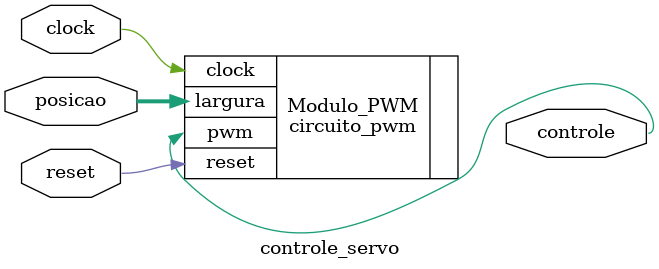
<source format=v>
/* controle servo */

 module controle_servo (
    input wire clock,
    input wire reset,
    input wire [2:0] posicao,
    output controle
);

// Servo Motor
circuito_pwm #(    
    .conf_periodo (1000000), 
    .largura_000   (35000),    
    .largura_001   (45700),  
    .largura_010   (56450),  
    .largura_011   (67150),
    .largura_100   (77850),
    .largura_101   (88550),
    .largura_110   (99300),
    .largura_111   (110000)

    ) Modulo_PWM (
    .clock      ( clock ),
    .reset      ( reset ),
    .largura    ( posicao ),
    .pwm        ( controle )
);

endmodule
</source>
